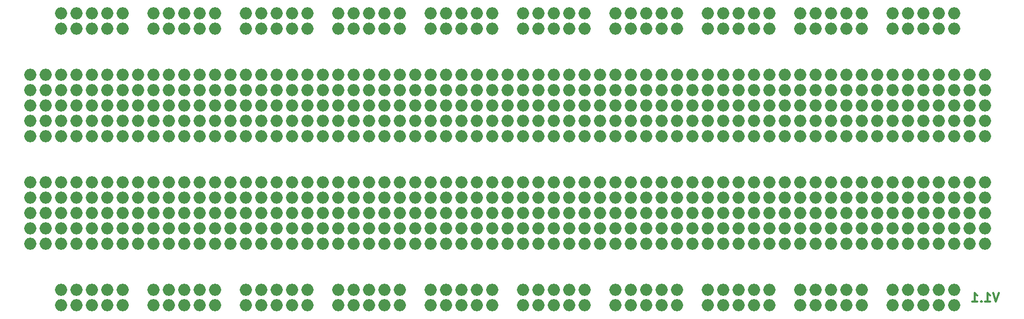
<source format=gbr>
G04 #@! TF.GenerationSoftware,KiCad,Pcbnew,(5.1.4)-1*
G04 #@! TF.CreationDate,2020-10-13T06:17:52+02:00*
G04 #@! TF.ProjectId,BreadBoard PCB 830,42726561-6442-46f6-9172-642050434220,rev?*
G04 #@! TF.SameCoordinates,Original*
G04 #@! TF.FileFunction,Copper,L2,Bot*
G04 #@! TF.FilePolarity,Positive*
%FSLAX46Y46*%
G04 Gerber Fmt 4.6, Leading zero omitted, Abs format (unit mm)*
G04 Created by KiCad (PCBNEW (5.1.4)-1) date 2020-10-13 06:17:52*
%MOMM*%
%LPD*%
G04 APERTURE LIST*
%ADD10C,0.300000*%
%ADD11O,2.000000X2.000000*%
G04 APERTURE END LIST*
D10*
X213105714Y-129988571D02*
X212605714Y-131488571D01*
X212105714Y-129988571D01*
X210820000Y-131488571D02*
X211677142Y-131488571D01*
X211248571Y-131488571D02*
X211248571Y-129988571D01*
X211391428Y-130202857D01*
X211534285Y-130345714D01*
X211677142Y-130417142D01*
X210177142Y-131345714D02*
X210105714Y-131417142D01*
X210177142Y-131488571D01*
X210248571Y-131417142D01*
X210177142Y-131345714D01*
X210177142Y-131488571D01*
X208677142Y-131488571D02*
X209534285Y-131488571D01*
X209105714Y-131488571D02*
X209105714Y-129988571D01*
X209248571Y-130202857D01*
X209391428Y-130345714D01*
X209534285Y-130417142D01*
D11*
X205740000Y-129540000D03*
X203200000Y-129540000D03*
X200660000Y-129540000D03*
X198120000Y-129540000D03*
X195580000Y-129540000D03*
X190500000Y-132080000D03*
X187960000Y-132080000D03*
X185420000Y-132080000D03*
X182880000Y-132080000D03*
X180340000Y-132080000D03*
X180340000Y-129540000D03*
X182880000Y-129540000D03*
X185420000Y-129540000D03*
X187960000Y-129540000D03*
X190500000Y-129540000D03*
X195580000Y-132080000D03*
X198120000Y-132080000D03*
X200660000Y-132080000D03*
X203200000Y-132080000D03*
X205740000Y-132080000D03*
X165100000Y-129540000D03*
X167640000Y-129540000D03*
X170180000Y-129540000D03*
X172720000Y-129540000D03*
X175260000Y-129540000D03*
X149860000Y-132080000D03*
X152400000Y-132080000D03*
X154940000Y-132080000D03*
X157480000Y-132080000D03*
X160020000Y-132080000D03*
X175260000Y-132080000D03*
X172720000Y-132080000D03*
X170180000Y-132080000D03*
X167640000Y-132080000D03*
X165100000Y-132080000D03*
X160020000Y-129540000D03*
X157480000Y-129540000D03*
X154940000Y-129540000D03*
X152400000Y-129540000D03*
X149860000Y-129540000D03*
X134620000Y-132080000D03*
X137160000Y-132080000D03*
X139700000Y-132080000D03*
X142240000Y-132080000D03*
X144780000Y-132080000D03*
X119380000Y-129540000D03*
X121920000Y-129540000D03*
X124460000Y-129540000D03*
X127000000Y-129540000D03*
X129540000Y-129540000D03*
X83820000Y-129540000D03*
X81280000Y-129540000D03*
X78740000Y-129540000D03*
X76200000Y-129540000D03*
X73660000Y-129540000D03*
X73660000Y-132080000D03*
X76200000Y-132080000D03*
X78740000Y-132080000D03*
X81280000Y-132080000D03*
X83820000Y-132080000D03*
X129540000Y-132080000D03*
X127000000Y-132080000D03*
X124460000Y-132080000D03*
X121920000Y-132080000D03*
X119380000Y-132080000D03*
X144780000Y-129540000D03*
X142240000Y-129540000D03*
X139700000Y-129540000D03*
X137160000Y-129540000D03*
X134620000Y-129540000D03*
X104140000Y-129540000D03*
X106680000Y-129540000D03*
X109220000Y-129540000D03*
X111760000Y-129540000D03*
X114300000Y-129540000D03*
X114300000Y-132080000D03*
X111760000Y-132080000D03*
X109220000Y-132080000D03*
X106680000Y-132080000D03*
X104140000Y-132080000D03*
X58420000Y-129540000D03*
X60960000Y-129540000D03*
X63500000Y-129540000D03*
X66040000Y-129540000D03*
X68580000Y-129540000D03*
X68580000Y-132080000D03*
X66040000Y-132080000D03*
X63500000Y-132080000D03*
X60960000Y-132080000D03*
X58420000Y-132080000D03*
X88900000Y-132080000D03*
X91440000Y-132080000D03*
X93980000Y-132080000D03*
X96520000Y-132080000D03*
X99060000Y-132080000D03*
X99060000Y-129540000D03*
X96520000Y-129540000D03*
X93980000Y-129540000D03*
X91440000Y-129540000D03*
X88900000Y-129540000D03*
X210820000Y-111760000D03*
X210820000Y-114300000D03*
X210820000Y-116840000D03*
X210820000Y-119380000D03*
X210820000Y-121920000D03*
X208280000Y-111760000D03*
X208280000Y-114300000D03*
X208280000Y-116840000D03*
X208280000Y-119380000D03*
X208280000Y-121920000D03*
X205740000Y-111760000D03*
X205740000Y-114300000D03*
X205740000Y-116840000D03*
X205740000Y-119380000D03*
X205740000Y-121920000D03*
X203200000Y-111760000D03*
X203200000Y-114300000D03*
X203200000Y-116840000D03*
X203200000Y-119380000D03*
X203200000Y-121920000D03*
X200660000Y-111760000D03*
X200660000Y-114300000D03*
X200660000Y-116840000D03*
X200660000Y-119380000D03*
X200660000Y-121920000D03*
X198120000Y-111760000D03*
X198120000Y-114300000D03*
X198120000Y-116840000D03*
X198120000Y-119380000D03*
X198120000Y-121920000D03*
X195580000Y-111760000D03*
X195580000Y-114300000D03*
X195580000Y-116840000D03*
X195580000Y-119380000D03*
X195580000Y-121920000D03*
X193040000Y-111760000D03*
X193040000Y-114300000D03*
X193040000Y-116840000D03*
X193040000Y-119380000D03*
X193040000Y-121920000D03*
X190500000Y-111760000D03*
X190500000Y-114300000D03*
X190500000Y-116840000D03*
X190500000Y-119380000D03*
X190500000Y-121920000D03*
X187960000Y-111760000D03*
X187960000Y-114300000D03*
X187960000Y-116840000D03*
X187960000Y-119380000D03*
X187960000Y-121920000D03*
X185420000Y-111760000D03*
X185420000Y-114300000D03*
X185420000Y-116840000D03*
X185420000Y-119380000D03*
X185420000Y-121920000D03*
X182880000Y-111760000D03*
X182880000Y-114300000D03*
X182880000Y-116840000D03*
X182880000Y-119380000D03*
X182880000Y-121920000D03*
X180340000Y-111760000D03*
X180340000Y-114300000D03*
X180340000Y-116840000D03*
X180340000Y-119380000D03*
X180340000Y-121920000D03*
X177800000Y-111760000D03*
X177800000Y-114300000D03*
X177800000Y-116840000D03*
X177800000Y-119380000D03*
X177800000Y-121920000D03*
X175260000Y-111760000D03*
X175260000Y-114300000D03*
X175260000Y-116840000D03*
X175260000Y-119380000D03*
X175260000Y-121920000D03*
X172720000Y-111760000D03*
X172720000Y-114300000D03*
X172720000Y-116840000D03*
X172720000Y-119380000D03*
X172720000Y-121920000D03*
X170180000Y-111760000D03*
X170180000Y-114300000D03*
X170180000Y-116840000D03*
X170180000Y-119380000D03*
X170180000Y-121920000D03*
X167640000Y-111760000D03*
X167640000Y-114300000D03*
X167640000Y-116840000D03*
X167640000Y-119380000D03*
X167640000Y-121920000D03*
X165100000Y-111760000D03*
X165100000Y-114300000D03*
X165100000Y-116840000D03*
X165100000Y-119380000D03*
X165100000Y-121920000D03*
X162560000Y-111760000D03*
X162560000Y-114300000D03*
X162560000Y-116840000D03*
X162560000Y-119380000D03*
X162560000Y-121920000D03*
X160020000Y-111760000D03*
X160020000Y-114300000D03*
X160020000Y-116840000D03*
X160020000Y-119380000D03*
X160020000Y-121920000D03*
X157480000Y-111760000D03*
X157480000Y-114300000D03*
X157480000Y-116840000D03*
X157480000Y-119380000D03*
X157480000Y-121920000D03*
X154940000Y-111760000D03*
X154940000Y-114300000D03*
X154940000Y-116840000D03*
X154940000Y-119380000D03*
X154940000Y-121920000D03*
X152400000Y-111760000D03*
X152400000Y-114300000D03*
X152400000Y-116840000D03*
X152400000Y-119380000D03*
X152400000Y-121920000D03*
X149860000Y-111760000D03*
X149860000Y-114300000D03*
X149860000Y-116840000D03*
X149860000Y-119380000D03*
X149860000Y-121920000D03*
X147320000Y-111760000D03*
X147320000Y-114300000D03*
X147320000Y-116840000D03*
X147320000Y-119380000D03*
X147320000Y-121920000D03*
X144780000Y-111760000D03*
X144780000Y-114300000D03*
X144780000Y-116840000D03*
X144780000Y-119380000D03*
X144780000Y-121920000D03*
X142240000Y-111760000D03*
X142240000Y-114300000D03*
X142240000Y-116840000D03*
X142240000Y-119380000D03*
X142240000Y-121920000D03*
X139700000Y-111760000D03*
X139700000Y-114300000D03*
X139700000Y-116840000D03*
X139700000Y-119380000D03*
X139700000Y-121920000D03*
X137160000Y-111760000D03*
X137160000Y-114300000D03*
X137160000Y-116840000D03*
X137160000Y-119380000D03*
X137160000Y-121920000D03*
X134620000Y-111760000D03*
X134620000Y-114300000D03*
X134620000Y-116840000D03*
X134620000Y-119380000D03*
X134620000Y-121920000D03*
X132080000Y-111760000D03*
X132080000Y-114300000D03*
X132080000Y-116840000D03*
X132080000Y-119380000D03*
X132080000Y-121920000D03*
X129540000Y-111760000D03*
X129540000Y-114300000D03*
X129540000Y-116840000D03*
X129540000Y-119380000D03*
X129540000Y-121920000D03*
X127000000Y-111760000D03*
X127000000Y-114300000D03*
X127000000Y-116840000D03*
X127000000Y-119380000D03*
X127000000Y-121920000D03*
X124460000Y-111760000D03*
X124460000Y-114300000D03*
X124460000Y-116840000D03*
X124460000Y-119380000D03*
X124460000Y-121920000D03*
X121920000Y-111760000D03*
X121920000Y-114300000D03*
X121920000Y-116840000D03*
X121920000Y-119380000D03*
X121920000Y-121920000D03*
X119380000Y-111760000D03*
X119380000Y-114300000D03*
X119380000Y-116840000D03*
X119380000Y-119380000D03*
X119380000Y-121920000D03*
X116840000Y-111760000D03*
X116840000Y-114300000D03*
X116840000Y-116840000D03*
X116840000Y-119380000D03*
X116840000Y-121920000D03*
X114300000Y-111760000D03*
X114300000Y-114300000D03*
X114300000Y-116840000D03*
X114300000Y-119380000D03*
X114300000Y-121920000D03*
X111760000Y-111760000D03*
X111760000Y-114300000D03*
X111760000Y-116840000D03*
X111760000Y-119380000D03*
X111760000Y-121920000D03*
X109220000Y-111760000D03*
X109220000Y-114300000D03*
X109220000Y-116840000D03*
X109220000Y-119380000D03*
X109220000Y-121920000D03*
X106680000Y-111760000D03*
X106680000Y-114300000D03*
X106680000Y-116840000D03*
X106680000Y-119380000D03*
X106680000Y-121920000D03*
X104140000Y-111760000D03*
X104140000Y-114300000D03*
X104140000Y-116840000D03*
X104140000Y-119380000D03*
X104140000Y-121920000D03*
X101600000Y-111760000D03*
X101600000Y-114300000D03*
X101600000Y-116840000D03*
X101600000Y-119380000D03*
X101600000Y-121920000D03*
X99060000Y-111760000D03*
X99060000Y-114300000D03*
X99060000Y-116840000D03*
X99060000Y-119380000D03*
X99060000Y-121920000D03*
X96520000Y-111760000D03*
X96520000Y-114300000D03*
X96520000Y-116840000D03*
X96520000Y-119380000D03*
X96520000Y-121920000D03*
X93980000Y-111760000D03*
X93980000Y-114300000D03*
X93980000Y-116840000D03*
X93980000Y-119380000D03*
X93980000Y-121920000D03*
X91440000Y-111760000D03*
X91440000Y-114300000D03*
X91440000Y-116840000D03*
X91440000Y-119380000D03*
X91440000Y-121920000D03*
X88900000Y-111760000D03*
X88900000Y-114300000D03*
X88900000Y-116840000D03*
X88900000Y-119380000D03*
X88900000Y-121920000D03*
X86360000Y-111760000D03*
X86360000Y-114300000D03*
X86360000Y-116840000D03*
X86360000Y-119380000D03*
X86360000Y-121920000D03*
X83820000Y-111760000D03*
X83820000Y-114300000D03*
X83820000Y-116840000D03*
X83820000Y-119380000D03*
X83820000Y-121920000D03*
X81280000Y-111760000D03*
X81280000Y-114300000D03*
X81280000Y-116840000D03*
X81280000Y-119380000D03*
X81280000Y-121920000D03*
X78740000Y-111760000D03*
X78740000Y-114300000D03*
X78740000Y-116840000D03*
X78740000Y-119380000D03*
X78740000Y-121920000D03*
X76200000Y-111760000D03*
X76200000Y-114300000D03*
X76200000Y-116840000D03*
X76200000Y-119380000D03*
X76200000Y-121920000D03*
X73660000Y-111760000D03*
X73660000Y-114300000D03*
X73660000Y-116840000D03*
X73660000Y-119380000D03*
X73660000Y-121920000D03*
X71120000Y-111760000D03*
X71120000Y-114300000D03*
X71120000Y-116840000D03*
X71120000Y-119380000D03*
X71120000Y-121920000D03*
X68580000Y-111760000D03*
X68580000Y-114300000D03*
X68580000Y-116840000D03*
X68580000Y-119380000D03*
X68580000Y-121920000D03*
X66040000Y-111760000D03*
X66040000Y-114300000D03*
X66040000Y-116840000D03*
X66040000Y-119380000D03*
X66040000Y-121920000D03*
X63500000Y-111760000D03*
X63500000Y-114300000D03*
X63500000Y-116840000D03*
X63500000Y-119380000D03*
X63500000Y-121920000D03*
X60960000Y-111760000D03*
X60960000Y-114300000D03*
X60960000Y-116840000D03*
X60960000Y-119380000D03*
X60960000Y-121920000D03*
X58420000Y-111760000D03*
X58420000Y-114300000D03*
X58420000Y-116840000D03*
X58420000Y-119380000D03*
X58420000Y-121920000D03*
X55880000Y-111760000D03*
X55880000Y-114300000D03*
X55880000Y-116840000D03*
X55880000Y-119380000D03*
X55880000Y-121920000D03*
X210820000Y-104140000D03*
X210820000Y-101600000D03*
X210820000Y-99060000D03*
X210820000Y-96520000D03*
X210820000Y-93980000D03*
X208280000Y-104140000D03*
X208280000Y-101600000D03*
X208280000Y-99060000D03*
X208280000Y-96520000D03*
X208280000Y-93980000D03*
X205740000Y-104140000D03*
X205740000Y-101600000D03*
X205740000Y-99060000D03*
X205740000Y-96520000D03*
X205740000Y-93980000D03*
X203200000Y-104140000D03*
X203200000Y-101600000D03*
X203200000Y-99060000D03*
X203200000Y-96520000D03*
X203200000Y-93980000D03*
X200660000Y-104140000D03*
X200660000Y-101600000D03*
X200660000Y-99060000D03*
X200660000Y-96520000D03*
X200660000Y-93980000D03*
X198120000Y-104140000D03*
X198120000Y-101600000D03*
X198120000Y-99060000D03*
X198120000Y-96520000D03*
X198120000Y-93980000D03*
X195580000Y-104140000D03*
X195580000Y-101600000D03*
X195580000Y-99060000D03*
X195580000Y-96520000D03*
X195580000Y-93980000D03*
X193040000Y-104140000D03*
X193040000Y-101600000D03*
X193040000Y-99060000D03*
X193040000Y-96520000D03*
X193040000Y-93980000D03*
X190500000Y-104140000D03*
X190500000Y-101600000D03*
X190500000Y-99060000D03*
X190500000Y-96520000D03*
X190500000Y-93980000D03*
X187960000Y-104140000D03*
X187960000Y-101600000D03*
X187960000Y-99060000D03*
X187960000Y-96520000D03*
X187960000Y-93980000D03*
X185420000Y-104140000D03*
X185420000Y-101600000D03*
X185420000Y-99060000D03*
X185420000Y-96520000D03*
X185420000Y-93980000D03*
X182880000Y-104140000D03*
X182880000Y-101600000D03*
X182880000Y-99060000D03*
X182880000Y-96520000D03*
X182880000Y-93980000D03*
X180340000Y-104140000D03*
X180340000Y-101600000D03*
X180340000Y-99060000D03*
X180340000Y-96520000D03*
X180340000Y-93980000D03*
X177800000Y-104140000D03*
X177800000Y-101600000D03*
X177800000Y-99060000D03*
X177800000Y-96520000D03*
X177800000Y-93980000D03*
X175260000Y-104140000D03*
X175260000Y-101600000D03*
X175260000Y-99060000D03*
X175260000Y-96520000D03*
X175260000Y-93980000D03*
X172720000Y-104140000D03*
X172720000Y-101600000D03*
X172720000Y-99060000D03*
X172720000Y-96520000D03*
X172720000Y-93980000D03*
X170180000Y-104140000D03*
X170180000Y-101600000D03*
X170180000Y-99060000D03*
X170180000Y-96520000D03*
X170180000Y-93980000D03*
X167640000Y-104140000D03*
X167640000Y-101600000D03*
X167640000Y-99060000D03*
X167640000Y-96520000D03*
X167640000Y-93980000D03*
X165100000Y-104140000D03*
X165100000Y-101600000D03*
X165100000Y-99060000D03*
X165100000Y-96520000D03*
X165100000Y-93980000D03*
X162560000Y-104140000D03*
X162560000Y-101600000D03*
X162560000Y-99060000D03*
X162560000Y-96520000D03*
X162560000Y-93980000D03*
X160020000Y-104140000D03*
X160020000Y-101600000D03*
X160020000Y-99060000D03*
X160020000Y-96520000D03*
X160020000Y-93980000D03*
X157480000Y-104140000D03*
X157480000Y-101600000D03*
X157480000Y-99060000D03*
X157480000Y-96520000D03*
X157480000Y-93980000D03*
X154940000Y-104140000D03*
X154940000Y-101600000D03*
X154940000Y-99060000D03*
X154940000Y-96520000D03*
X154940000Y-93980000D03*
X152400000Y-104140000D03*
X152400000Y-101600000D03*
X152400000Y-99060000D03*
X152400000Y-96520000D03*
X152400000Y-93980000D03*
X149860000Y-104140000D03*
X149860000Y-101600000D03*
X149860000Y-99060000D03*
X149860000Y-96520000D03*
X149860000Y-93980000D03*
X147320000Y-104140000D03*
X147320000Y-101600000D03*
X147320000Y-99060000D03*
X147320000Y-96520000D03*
X147320000Y-93980000D03*
X144780000Y-104140000D03*
X144780000Y-101600000D03*
X144780000Y-99060000D03*
X144780000Y-96520000D03*
X144780000Y-93980000D03*
X142240000Y-104140000D03*
X142240000Y-101600000D03*
X142240000Y-99060000D03*
X142240000Y-96520000D03*
X142240000Y-93980000D03*
X139700000Y-104140000D03*
X139700000Y-101600000D03*
X139700000Y-99060000D03*
X139700000Y-96520000D03*
X139700000Y-93980000D03*
X137160000Y-104140000D03*
X137160000Y-101600000D03*
X137160000Y-99060000D03*
X137160000Y-96520000D03*
X137160000Y-93980000D03*
X134620000Y-104140000D03*
X134620000Y-101600000D03*
X134620000Y-99060000D03*
X134620000Y-96520000D03*
X134620000Y-93980000D03*
X132080000Y-104140000D03*
X132080000Y-101600000D03*
X132080000Y-99060000D03*
X132080000Y-96520000D03*
X132080000Y-93980000D03*
X129540000Y-104140000D03*
X129540000Y-101600000D03*
X129540000Y-99060000D03*
X129540000Y-96520000D03*
X129540000Y-93980000D03*
X127000000Y-104140000D03*
X127000000Y-101600000D03*
X127000000Y-99060000D03*
X127000000Y-96520000D03*
X127000000Y-93980000D03*
X124460000Y-104140000D03*
X124460000Y-101600000D03*
X124460000Y-99060000D03*
X124460000Y-96520000D03*
X124460000Y-93980000D03*
X121920000Y-104140000D03*
X121920000Y-101600000D03*
X121920000Y-99060000D03*
X121920000Y-96520000D03*
X121920000Y-93980000D03*
X119380000Y-104140000D03*
X119380000Y-101600000D03*
X119380000Y-99060000D03*
X119380000Y-96520000D03*
X119380000Y-93980000D03*
X116840000Y-104140000D03*
X116840000Y-101600000D03*
X116840000Y-99060000D03*
X116840000Y-96520000D03*
X116840000Y-93980000D03*
X114300000Y-104140000D03*
X114300000Y-101600000D03*
X114300000Y-99060000D03*
X114300000Y-96520000D03*
X114300000Y-93980000D03*
X111760000Y-104140000D03*
X111760000Y-101600000D03*
X111760000Y-99060000D03*
X111760000Y-96520000D03*
X111760000Y-93980000D03*
X109220000Y-104140000D03*
X109220000Y-101600000D03*
X109220000Y-99060000D03*
X109220000Y-96520000D03*
X109220000Y-93980000D03*
X106680000Y-104140000D03*
X106680000Y-101600000D03*
X106680000Y-99060000D03*
X106680000Y-96520000D03*
X106680000Y-93980000D03*
X104140000Y-104140000D03*
X104140000Y-101600000D03*
X104140000Y-99060000D03*
X104140000Y-96520000D03*
X104140000Y-93980000D03*
X101600000Y-104140000D03*
X101600000Y-101600000D03*
X101600000Y-99060000D03*
X101600000Y-96520000D03*
X101600000Y-93980000D03*
X99060000Y-104140000D03*
X99060000Y-101600000D03*
X99060000Y-99060000D03*
X99060000Y-96520000D03*
X99060000Y-93980000D03*
X96520000Y-104140000D03*
X96520000Y-101600000D03*
X96520000Y-99060000D03*
X96520000Y-96520000D03*
X96520000Y-93980000D03*
X93980000Y-104140000D03*
X93980000Y-101600000D03*
X93980000Y-99060000D03*
X93980000Y-96520000D03*
X93980000Y-93980000D03*
X91440000Y-104140000D03*
X91440000Y-101600000D03*
X91440000Y-99060000D03*
X91440000Y-96520000D03*
X91440000Y-93980000D03*
X88900000Y-104140000D03*
X88900000Y-101600000D03*
X88900000Y-99060000D03*
X88900000Y-96520000D03*
X88900000Y-93980000D03*
X86360000Y-104140000D03*
X86360000Y-101600000D03*
X86360000Y-99060000D03*
X86360000Y-96520000D03*
X86360000Y-93980000D03*
X83820000Y-104140000D03*
X83820000Y-101600000D03*
X83820000Y-99060000D03*
X83820000Y-96520000D03*
X83820000Y-93980000D03*
X81280000Y-104140000D03*
X81280000Y-101600000D03*
X81280000Y-99060000D03*
X81280000Y-96520000D03*
X81280000Y-93980000D03*
X78740000Y-104140000D03*
X78740000Y-101600000D03*
X78740000Y-99060000D03*
X78740000Y-96520000D03*
X78740000Y-93980000D03*
X76200000Y-104140000D03*
X76200000Y-101600000D03*
X76200000Y-99060000D03*
X76200000Y-96520000D03*
X76200000Y-93980000D03*
X73660000Y-104140000D03*
X73660000Y-101600000D03*
X73660000Y-99060000D03*
X73660000Y-96520000D03*
X73660000Y-93980000D03*
X71120000Y-104140000D03*
X71120000Y-101600000D03*
X71120000Y-99060000D03*
X71120000Y-96520000D03*
X71120000Y-93980000D03*
X68580000Y-104140000D03*
X68580000Y-101600000D03*
X68580000Y-99060000D03*
X68580000Y-96520000D03*
X68580000Y-93980000D03*
X66040000Y-104140000D03*
X66040000Y-101600000D03*
X66040000Y-99060000D03*
X66040000Y-96520000D03*
X66040000Y-93980000D03*
X63500000Y-104140000D03*
X63500000Y-101600000D03*
X63500000Y-99060000D03*
X63500000Y-96520000D03*
X63500000Y-93980000D03*
X60960000Y-104140000D03*
X60960000Y-101600000D03*
X60960000Y-99060000D03*
X60960000Y-96520000D03*
X60960000Y-93980000D03*
X58420000Y-104140000D03*
X58420000Y-101600000D03*
X58420000Y-99060000D03*
X58420000Y-96520000D03*
X58420000Y-93980000D03*
X55880000Y-104140000D03*
X55880000Y-101600000D03*
X55880000Y-99060000D03*
X55880000Y-96520000D03*
X55880000Y-93980000D03*
X195580000Y-83820000D03*
X198120000Y-83820000D03*
X200660000Y-83820000D03*
X203200000Y-83820000D03*
X205740000Y-83820000D03*
X180340000Y-86360000D03*
X182880000Y-86360000D03*
X185420000Y-86360000D03*
X187960000Y-86360000D03*
X190500000Y-86360000D03*
X205740000Y-86360000D03*
X203200000Y-86360000D03*
X200660000Y-86360000D03*
X198120000Y-86360000D03*
X195580000Y-86360000D03*
X190500000Y-83820000D03*
X187960000Y-83820000D03*
X185420000Y-83820000D03*
X182880000Y-83820000D03*
X180340000Y-83820000D03*
X165100000Y-86360000D03*
X167640000Y-86360000D03*
X170180000Y-86360000D03*
X172720000Y-86360000D03*
X175260000Y-86360000D03*
X149860000Y-83820000D03*
X152400000Y-83820000D03*
X154940000Y-83820000D03*
X157480000Y-83820000D03*
X160020000Y-83820000D03*
X160020000Y-86360000D03*
X157480000Y-86360000D03*
X154940000Y-86360000D03*
X152400000Y-86360000D03*
X149860000Y-86360000D03*
X175260000Y-83820000D03*
X172720000Y-83820000D03*
X170180000Y-83820000D03*
X167640000Y-83820000D03*
X165100000Y-83820000D03*
X134620000Y-83820000D03*
X137160000Y-83820000D03*
X139700000Y-83820000D03*
X142240000Y-83820000D03*
X144780000Y-83820000D03*
X144780000Y-86360000D03*
X142240000Y-86360000D03*
X139700000Y-86360000D03*
X137160000Y-86360000D03*
X134620000Y-86360000D03*
X119380000Y-86360000D03*
X121920000Y-86360000D03*
X124460000Y-86360000D03*
X127000000Y-86360000D03*
X129540000Y-86360000D03*
X129540000Y-83820000D03*
X127000000Y-83820000D03*
X124460000Y-83820000D03*
X121920000Y-83820000D03*
X119380000Y-83820000D03*
X114300000Y-83820000D03*
X111760000Y-83820000D03*
X109220000Y-83820000D03*
X106680000Y-83820000D03*
X104140000Y-83820000D03*
X104140000Y-86360000D03*
X106680000Y-86360000D03*
X109220000Y-86360000D03*
X111760000Y-86360000D03*
X114300000Y-86360000D03*
X88900000Y-83820000D03*
X91440000Y-83820000D03*
X93980000Y-83820000D03*
X96520000Y-83820000D03*
X99060000Y-83820000D03*
X99060000Y-86360000D03*
X96520000Y-86360000D03*
X93980000Y-86360000D03*
X91440000Y-86360000D03*
X88900000Y-86360000D03*
X73660000Y-83820000D03*
X76200000Y-83820000D03*
X78740000Y-83820000D03*
X81280000Y-83820000D03*
X83820000Y-83820000D03*
X83820000Y-86360000D03*
X81280000Y-86360000D03*
X78740000Y-86360000D03*
X76200000Y-86360000D03*
X73660000Y-86360000D03*
X68580000Y-83820000D03*
X66040000Y-83820000D03*
X63500000Y-83820000D03*
X60960000Y-83820000D03*
X58420000Y-83820000D03*
X58420000Y-86360000D03*
X60960000Y-86360000D03*
X63500000Y-86360000D03*
X66040000Y-86360000D03*
X68580000Y-86360000D03*
X53340000Y-121920000D03*
X53340000Y-119380000D03*
X53340000Y-116840000D03*
X53340000Y-114300000D03*
X53340000Y-111760000D03*
X53340000Y-93980000D03*
X53340000Y-96520000D03*
X53340000Y-99060000D03*
X53340000Y-101600000D03*
X53340000Y-104140000D03*
M02*

</source>
